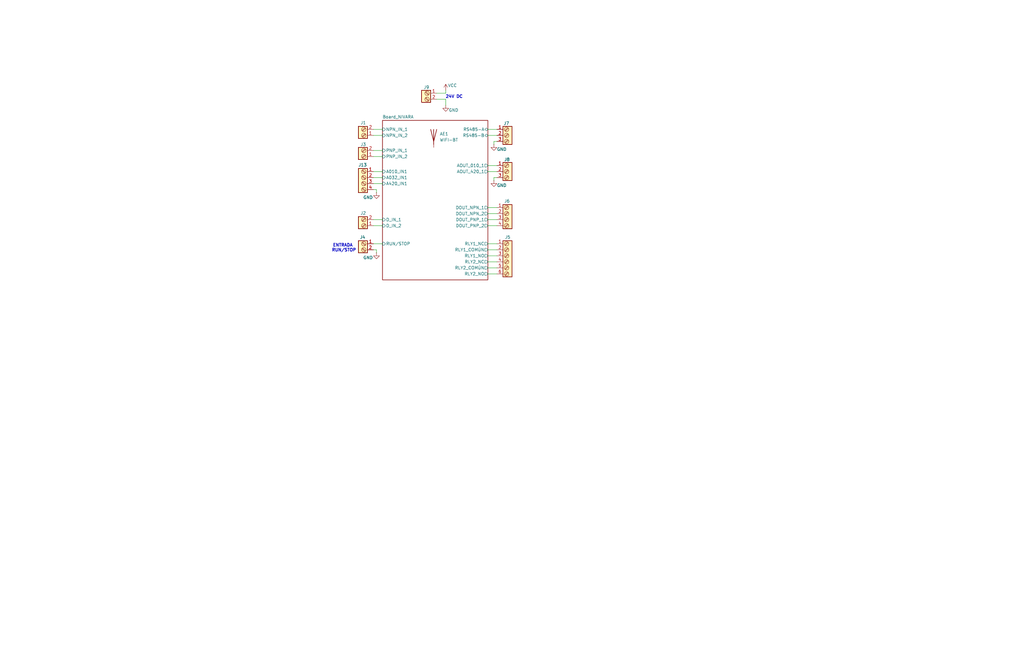
<source format=kicad_sch>
(kicad_sch (version 20250114) (generator "eeschema") (generator_version "9.0")
  (paper "USLedger")
  (title_block (title "NIVARA CONTROLS") (date "2025-06-11") (rev "1.0") (company "ELECTIVA ITLA"))
  (lib_symbols
    (symbol "Device:Antenna" (pin_numbers (hide yes)) (pin_names (offset 1.016) (hide yes))
      (property "Reference" "AE" (at -1.905 1.905 0))
      (property "Value" "Antenna" (at -1.905 0 0))
      (symbol "Antenna_0_1"
        (polyline (pts (xy 0 2.54) (xy 0 -3.81)) (stroke (width 0.254)))
        (polyline (pts (xy 1.27 2.54) (xy 0 -2.54) (xy -1.27 2.54)) (stroke (width 0.254)))
      )
      (symbol "Antenna_1_1"
        (pin input line (at 0 -5.08 90) (length 2.54) (name "A") (number "1"))
      )
    )
    (symbol "PCM_SL_Screw_Terminal:Screw_Terminal_2_P5.00mm"
      (property "Reference" "J" (at 0 3.81 0))
      (property "Value" "Screw_Terminal_2_P5.00mm" (at 0 -3.81 0))
      (symbol "Screw_Terminal_2_P5.00mm_0_1"
        (rectangle (start -1.27 2.54) (end 2.54 -2.54) (stroke (width 0.3)) (fill (type background)))
        (polyline (pts (xy -0.254 0.508) (xy 1.016 1.778)))
        (polyline (pts (xy -0.254 -2.032) (xy 1.016 -0.762)))
        (polyline (pts (xy 0 1.27) (xy -0.508 0.762) (xy 0.762 2.032)))
        (polyline (pts (xy 0 -1.27) (xy -0.508 -1.778) (xy 0.762 -0.508)))
        (circle (center 0.254 1.27) (radius 0.9158))
        (circle (center 0.254 -1.27) (radius 0.9158))
      )
      (symbol "Screw_Terminal_2_P5.00mm_1_1"
        (pin passive line (at -3.81 1.27 0) (length 2.54) (name "") (number "1"))
        (pin passive line (at -3.81 -1.27 0) (length 2.54) (name "") (number "2"))
      )
    )
    (symbol "PCM_SL_Screw_Terminal:Screw_Terminal_3_P5.00mm"
      (property "Reference" "J" (at 0 5.842 0))
      (property "Value" "Screw_Terminal_3_P5.00mm" (at 1.27 -5.588 0))
      (symbol "Screw_Terminal_3_P5.00mm_0_1"
        (rectangle (start -1.27 3.81) (end 2.54 -3.81) (stroke (width 0.3)) (fill (type background)))
        (polyline (pts (xy -0.254 1.778) (xy 1.016 3.048)))
        (polyline (pts (xy -0.254 -0.762) (xy 1.016 0.508)))
        (polyline (pts (xy -0.254 -3.302) (xy 1.016 -2.032)))
        (polyline (pts (xy 0 2.54) (xy -0.508 2.032) (xy 0.762 3.302)))
        (polyline (pts (xy 0 0) (xy -0.508 -0.508) (xy 0.762 0.762)))
        (polyline (pts (xy 0 -2.54) (xy -0.508 -3.048) (xy 0.762 -1.778)))
        (circle (center 0.254 2.54) (radius 0.9158))
        (circle (center 0.254 0) (radius 0.9158))
        (circle (center 0.254 -2.54) (radius 0.9158))
      )
      (symbol "Screw_Terminal_3_P5.00mm_1_1"
        (pin passive line (at -3.81 2.54 0) (length 2.54) (name "") (number "1"))
        (pin passive line (at -3.81 0 0) (length 2.54) (name "") (number "2"))
        (pin passive line (at -3.81 -2.54 0) (length 2.54) (name "") (number "3"))
      )
    )
    (symbol "PCM_SL_Screw_Terminal:Screw_Terminal_4_P5.00mm"
      (property "Reference" "J" (at 0 6.35 0))
      (property "Value" "Screw_Terminal_4_P5.00mm" (at 1.27 -6.35 0))
      (symbol "Screw_Terminal_4_P5.00mm_0_1"
        (rectangle (start -1.27 5.08) (end 2.54 -5.08) (stroke (width 0.3)) (fill (type background)))
        (polyline (pts (xy -0.254 3.048) (xy 1.016 4.318)))
        (polyline (pts (xy -0.254 0.508) (xy 1.016 1.778)))
        (polyline (pts (xy -0.254 -2.032) (xy 1.016 -0.762)))
        (polyline (pts (xy -0.254 -4.572) (xy 1.016 -3.302)))
        (polyline (pts (xy 0 3.81) (xy -0.508 3.302) (xy 0.762 4.572)))
        (polyline (pts (xy 0 1.27) (xy -0.508 0.762) (xy 0.762 2.032)))
        (polyline (pts (xy 0 -1.27) (xy -0.508 -1.778) (xy 0.762 -0.508)))
        (polyline (pts (xy 0 -3.81) (xy -0.508 -4.318) (xy 0.762 -3.048)))
        (circle (center 0.254 3.81) (radius 0.9158))
        (circle (center 0.254 1.27) (radius 0.9158))
        (circle (center 0.254 -1.27) (radius 0.9158))
        (circle (center 0.254 -3.81) (radius 0.9158))
      )
      (symbol "Screw_Terminal_4_P5.00mm_1_1"
        (pin passive line (at -3.81 3.81 0) (length 2.54) (name "") (number "1"))
        (pin passive line (at -3.81 1.27 0) (length 2.54) (name "") (number "2"))
        (pin passive line (at -3.81 -1.27 0) (length 2.54) (name "") (number "3"))
        (pin passive line (at -3.81 -3.81 0) (length 2.54) (name "") (number "4"))
      )
    )
    (symbol "PCM_SL_Screw_Terminal:Screw_Terminal_6_P5.00mm"
      (property "Reference" "J" (at 0 8.89 0))
      (property "Value" "Screw_Terminal_6_P5.00mm" (at 1.27 -8.89 0))
      (symbol "Screw_Terminal_6_P5.00mm_0_1"
        (rectangle (start -1.27 7.62) (end 2.54 -7.62) (stroke (width 0.3)) (fill (type background)))
        (polyline (pts (xy -0.254 5.588) (xy 1.016 6.858)))
        (polyline (pts (xy -0.254 3.048) (xy 1.016 4.318)))
        (polyline (pts (xy -0.254 0.508) (xy 1.016 1.778)))
        (polyline (pts (xy -0.254 -2.032) (xy 1.016 -0.762)))
        (polyline (pts (xy -0.254 -4.572) (xy 1.016 -3.302)))
        (polyline (pts (xy -0.254 -7.112) (xy 1.016 -5.842)))
        (polyline (pts (xy 0 6.35) (xy -0.508 5.842) (xy 0.762 7.112)))
        (polyline (pts (xy 0 3.81) (xy -0.508 3.302) (xy 0.762 4.572)))
        (polyline (pts (xy 0 1.27) (xy -0.508 0.762) (xy 0.762 2.032)))
        (polyline (pts (xy 0 -1.27) (xy -0.508 -1.778) (xy 0.762 -0.508)))
        (polyline (pts (xy 0 -3.81) (xy -0.508 -4.318) (xy 0.762 -3.048)))
        (polyline (pts (xy 0 -6.35) (xy -0.508 -6.858) (xy 0.762 -5.588)))
        (circle (center 0.254 6.35) (radius 0.9158))
        (circle (center 0.254 3.81) (radius 0.9158))
        (circle (center 0.254 1.27) (radius 0.9158))
        (circle (center 0.254 -1.27) (radius 0.9158))
        (circle (center 0.254 -3.81) (radius 0.9158))
        (circle (center 0.254 -6.35) (radius 0.9158))
      )
      (symbol "Screw_Terminal_6_P5.00mm_1_1"
        (pin passive line (at -3.81 6.35 0) (length 2.54) (name "") (number "1"))
        (pin passive line (at -3.81 3.81 0) (length 2.54) (name "") (number "2"))
        (pin passive line (at -3.81 1.27 0) (length 2.54) (name "") (number "3"))
        (pin passive line (at -3.81 -1.27 0) (length 2.54) (name "") (number "4"))
        (pin passive line (at -3.81 -3.81 0) (length 2.54) (name "") (number "5"))
        (pin passive line (at -3.81 -6.35 0) (length 2.54) (name "") (number "6"))
      )
    )
    (symbol "power:GND" (power) (pin_numbers (hide yes)) (pin_names (offset 0) (hide yes))
      (property "Value" "GND" (at 0 -3.81 0))
      (symbol "GND_0_1"
        (polyline (pts (xy 0 0) (xy 0 -1.27) (xy 1.27 -1.27) (xy 0 -2.54) (xy -1.27 -1.27) (xy 0 -1.27)))
      )
      (symbol "GND_1_1"
        (pin power_in line (at 0 0 270) (length 0) (name "~") (number "1"))
      )
    )
    (symbol "power:VCC" (power) (pin_numbers (hide yes)) (pin_names (offset 0) (hide yes))
      (property "Value" "VCC" (at 0 3.556 0))
      (symbol "VCC_0_1"
        (polyline (pts (xy -0.762 1.27) (xy 0 2.54)))
        (polyline (pts (xy 0 2.54) (xy 0.762 1.27)))
        (polyline (pts (xy 0 0) (xy 0 2.54)))
      )
      (symbol "VCC_1_1"
        (pin power_in line (at 0 0 90) (length 0) (name "~") (number "1"))
      )
    )
  )
  (text "24V DC" (at 191.516 40.894 0) (effects (font (size 1.27 1.27) (thickness 0.254) (bold yes))))
  (text "ENTRADA \nRUN/STOP" (at 145.034 104.648 0) (effects (font (size 1.27 1.27) (thickness 0.254) (bold yes))))
  (wire (pts (xy 208.28 74.93) (xy 209.55 74.93)))
  (wire (pts (xy 158.75 105.41) (xy 158.75 106.68)))
  (wire (pts (xy 205.74 102.87) (xy 209.55 102.87)))
  (wire (pts (xy 205.74 110.49) (xy 209.55 110.49)))
  (wire (pts (xy 157.48 102.87) (xy 161.29 102.87)))
  (wire (pts (xy 205.74 90.17) (xy 209.55 90.17)))
  (wire (pts (xy 205.74 87.63) (xy 209.55 87.63)))
  (wire (pts (xy 157.48 72.39) (xy 161.29 72.39)))
  (wire (pts (xy 157.48 95.25) (xy 161.29 95.25)))
  (wire (pts (xy 158.75 80.01) (xy 158.75 81.28)))
  (wire (pts (xy 205.74 54.61) (xy 209.55 54.61)))
  (wire (pts (xy 205.74 92.71) (xy 209.55 92.71)))
  (wire (pts (xy 157.48 57.15) (xy 161.29 57.15)))
  (wire (pts (xy 187.96 41.91) (xy 187.96 44.45)))
  (wire (pts (xy 157.48 54.61) (xy 161.29 54.61)))
  (wire (pts (xy 157.48 105.41) (xy 158.75 105.41)))
  (wire (pts (xy 184.15 41.91) (xy 187.96 41.91)))
  (wire (pts (xy 205.74 105.41) (xy 209.55 105.41)))
  (wire (pts (xy 205.74 72.39) (xy 209.55 72.39)))
  (wire (pts (xy 208.28 76.2) (xy 208.28 74.93)))
  (wire (pts (xy 208.28 59.69) (xy 209.55 59.69)))
  (wire (pts (xy 205.74 95.25) (xy 209.55 95.25)))
  (wire (pts (xy 205.74 69.85) (xy 209.55 69.85)))
  (wire (pts (xy 157.48 74.93) (xy 161.29 74.93)))
  (wire (pts (xy 157.48 66.04) (xy 161.29 66.04)))
  (wire (pts (xy 187.96 38.1) (xy 187.96 39.37)))
  (wire (pts (xy 157.48 92.71) (xy 161.29 92.71)))
  (wire (pts (xy 205.74 107.95) (xy 209.55 107.95)))
  (wire (pts (xy 157.48 77.47) (xy 161.29 77.47)))
  (wire (pts (xy 205.74 115.57) (xy 209.55 115.57)))
  (wire (pts (xy 187.96 39.37) (xy 184.15 39.37)))
  (wire (pts (xy 157.48 80.01) (xy 158.75 80.01)))
  (wire (pts (xy 157.48 63.5) (xy 161.29 63.5)))
  (wire (pts (xy 205.74 57.15) (xy 209.55 57.15)))
  (wire (pts (xy 208.28 60.96) (xy 208.28 59.69)))
  (wire (pts (xy 205.74 113.03) (xy 209.55 113.03)))
  (symbol (lib_id "power:VCC") (at 187.96 38.1 0) (unit 1)
    (property "Reference" "#PWR02" (effects (hide yes)))
    (property "Value" "VCC" (at 190.754 36.068 0))
    (property "Description" "Power symbol creates a global label with name \"VCC\"" (effects (hide yes)))
  )
  (symbol (lib_id "PCM_SL_Screw_Terminal:Screw_Terminal_2_P5.00mm") (at 180.34 40.64 0) (mirror y) (unit 1)
    (property "Reference" "J9" (at 179.832 36.83 0))
    (property "Value" "Screw_Terminal_2_P5.00mm" (effects (hide yes)))
    (property "Footprint" "TerminalBlock_Phoenix:TerminalBlock_Phoenix_PT-1,5-2-5.0-H_1x02_P5.00mm_Horizontal" (effects (hide yes)))
  )
  (symbol (lib_id "PCM_SL_Screw_Terminal:Screw_Terminal_4_P5.00mm") (at 213.36 91.44 0) (unit 1)
    (property "Reference" "J6" (at 212.598 84.836 0) (effects (justify left)))
    (property "Value" "Screw_Terminal_4_P5.00mm" (effects (hide yes)))
    (property "Footprint" "TerminalBlock_Phoenix:TerminalBlock_Phoenix_PT-1,5-4-5.0-H_1x04_P5.00mm_Horizontal" (effects (hide yes)))
  )
  (symbol (lib_id "PCM_SL_Screw_Terminal:Screw_Terminal_6_P5.00mm") (at 213.36 109.22 0) (unit 1)
    (property "Reference" "J5" (at 212.852 100.076 0) (effects (justify left)))
    (property "Value" "Screw_Terminal_6_P5.00mm" (effects (hide yes)))
    (property "Footprint" "TerminalBlock_Phoenix:TerminalBlock_Phoenix_PT-1,5-6-5.0-H_1x06_P5.00mm_Horizontal" (effects (hide yes)))
  )
  (symbol (lib_id "PCM_SL_Screw_Terminal:Screw_Terminal_2_P5.00mm") (at 153.67 64.77 180) (unit 1)
    (property "Reference" "J3" (at 153.162 60.96 0))
    (property "Value" "Screw_Terminal_2_P5.00mm" (effects (hide yes)))
    (property "Footprint" "TerminalBlock_Phoenix:TerminalBlock_Phoenix_PT-1,5-2-5.0-H_1x02_P5.00mm_Horizontal" (effects (hide yes)))
  )
  (symbol (lib_id "PCM_SL_Screw_Terminal:Screw_Terminal_2_P5.00mm") (at 153.67 104.14 0) (mirror y) (unit 1)
    (property "Reference" "J4" (at 152.908 100.076 0))
    (property "Value" "Screw_Terminal_2_P5.00mm" (effects (hide yes)))
    (property "Footprint" "TerminalBlock_Phoenix:TerminalBlock_Phoenix_PT-1,5-2-5.0-H_1x02_P5.00mm_Horizontal" (effects (hide yes)))
  )
  (symbol (lib_id "Device:Antenna") (at 182.88 57.15 0) (unit 1) (on_board no)
    (property "Reference" "AE1" (at 185.42 56.5149 0) (effects (justify left)))
    (property "Value" "WIFI-BT" (at 185.42 59.0549 0) (effects (justify left)))
    (property "Description" "Antenna" (effects (hide yes)))
  )
  (symbol (lib_id "PCM_SL_Screw_Terminal:Screw_Terminal_3_P5.00mm") (at 213.36 72.39 0) (unit 1)
    (property "Reference" "J8" (at 212.598 67.31 0) (effects (justify left)))
    (property "Value" "Screw_Terminal_3_P5.00mm" (effects (hide yes)))
    (property "Footprint" "TerminalBlock_Phoenix:TerminalBlock_Phoenix_PT-1,5-3-5.0-H_1x03_P5.00mm_Horizontal" (effects (hide yes)))
  )
  (symbol (lib_id "PCM_SL_Screw_Terminal:Screw_Terminal_2_P5.00mm") (at 153.67 93.98 180) (unit 1)
    (property "Reference" "J2" (at 153.162 89.916 0))
    (property "Value" "Screw_Terminal_2_P5.00mm" (effects (hide yes)))
    (property "Footprint" "TerminalBlock_Phoenix:TerminalBlock_Phoenix_PT-1,5-2-5.0-H_1x02_P5.00mm_Horizontal" (effects (hide yes)))
  )
  (symbol (lib_id "PCM_SL_Screw_Terminal:Screw_Terminal_4_P5.00mm") (at 153.67 76.2 0) (mirror y) (unit 1)
    (property "Reference" "J13" (at 152.908 69.596 0))
    (property "Value" "Screw_Terminal_4_P5.00mm" (effects (hide yes)))
    (property "Footprint" "TerminalBlock_Phoenix:TerminalBlock_Phoenix_PT-1,5-4-5.0-H_1x04_P5.00mm_Horizontal" (effects (hide yes)))
  )
  (symbol (lib_id "power:GND") (at 187.96 44.45 0) (unit 1)
    (property "Reference" "#PWR01" (effects (hide yes)))
    (property "Value" "GND" (at 191.262 46.482 0))
    (property "Description" "Power symbol creates a global label with name \"GND\" , ground" (effects (hide yes)))
  )
  (symbol (lib_id "power:GND") (at 158.75 106.68 0) (unit 1)
    (property "Reference" "#PWR05" (effects (hide yes)))
    (property "Value" "GND" (at 155.194 108.712 0))
    (property "Description" "Power symbol creates a global label with name \"GND\" , ground" (effects (hide yes)))
  )
  (symbol (lib_id "power:GND") (at 158.75 81.28 0) (unit 1)
    (property "Reference" "#PWR04" (effects (hide yes)))
    (property "Value" "GND" (at 155.194 83.312 0))
    (property "Description" "Power symbol creates a global label with name \"GND\" , ground" (effects (hide yes)))
  )
  (symbol (lib_id "PCM_SL_Screw_Terminal:Screw_Terminal_3_P5.00mm") (at 213.36 57.15 0) (unit 1)
    (property "Reference" "J7" (at 212.344 52.07 0) (effects (justify left)))
    (property "Value" "Screw_Terminal_3_P5.00mm" (effects (hide yes)))
    (property "Footprint" "TerminalBlock_Phoenix:TerminalBlock_Phoenix_PT-1,5-3-5.0-H_1x03_P5.00mm_Horizontal" (effects (hide yes)))
  )
  (symbol (lib_id "power:GND") (at 208.28 60.96 0) (unit 1)
    (property "Reference" "#PWR07" (effects (hide yes)))
    (property "Value" "GND" (at 211.582 62.992 0))
    (property "Description" "Power symbol creates a global label with name \"GND\" , ground" (effects (hide yes)))
  )
  (symbol (lib_id "PCM_SL_Screw_Terminal:Screw_Terminal_2_P5.00mm") (at 153.67 55.88 180) (unit 1)
    (property "Reference" "J1" (at 153.162 51.816 0))
    (property "Value" "Screw_Terminal_2_P5.00mm" (effects (hide yes)))
    (property "Footprint" "TerminalBlock_Phoenix:TerminalBlock_Phoenix_PT-1,5-2-5.0-H_1x02_P5.00mm_Horizontal" (effects (hide yes)))
  )
  (symbol (lib_id "power:GND") (at 208.28 76.2 0) (unit 1)
    (property "Reference" "#PWR06" (effects (hide yes)))
    (property "Value" "GND" (at 211.582 78.232 0))
    (property "Description" "Power symbol creates a global label with name \"GND\" , ground" (effects (hide yes)))
  )
  (sheet (at 161.29 50.8) (size 44.45 67.31) (stroke (width 0.1524))
    (property "Sheetname" "Board_NIVARA" (at 161.29 50.0884 0) (effects (justify left bottom)))
    (property "Sheetfile" "Board_NIVARA.kicad_sch" (effects (hide yes)))
    (pin "A010_IN1" input (at 161.29 72.39 180))
    (pin "A032_IN1" input (at 161.29 74.93 180))
    (pin "A420_IN1" input (at 161.29 77.47 180))
    (pin "AOUT_010_1" output (at 205.74 69.85 0))
    (pin "AOUT_420_1" output (at 205.74 72.39 0))
    (pin "D_IN_1" input (at 161.29 92.71 180))
    (pin "D_IN_2" input (at 161.29 95.25 180))
    (pin "NPN_IN_1" input (at 161.29 54.61 180))
    (pin "NPN_IN_2" input (at 161.29 57.15 180))
    (pin "PNP_IN_1" input (at 161.29 63.5 180))
    (pin "PNP_IN_2" input (at 161.29 66.04 180))
    (pin "RLY1_COMÚN" output (at 205.74 105.41 0))
    (pin "RLY1_NC" output (at 205.74 102.87 0))
    (pin "RLY1_NO" output (at 205.74 107.95 0))
    (pin "RLY2_COMÚN" output (at 205.74 113.03 0))
    (pin "RLY2_NC" output (at 205.74 110.49 0))
    (pin "RLY2_NO" output (at 205.74 115.57 0))
    (pin "RS485-A" bidirectional (at 205.74 54.61 0))
    (pin "RS485-B" bidirectional (at 205.74 57.15 0))
    (pin "RUN{slash}STOP" input (at 161.29 102.87 180))
    (pin "DOUT_NPN_1" output (at 205.74 87.63 0))
    (pin "DOUT_NPN_2" output (at 205.74 90.17 0))
    (pin "DOUT_PNP_1" output (at 205.74 92.71 0))
    (pin "DOUT_PNP_2" output (at 205.74 95.25 0))
  )
)
</source>
